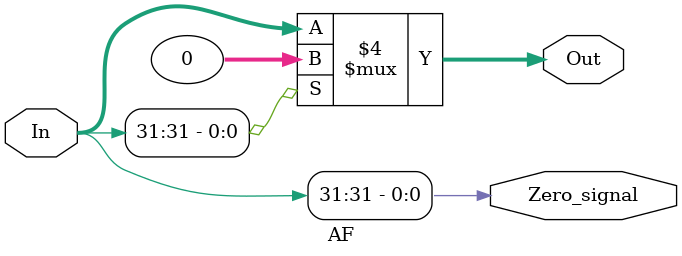
<source format=v>
module AF(In , Out , Zero_signal);
    input [31:0] In;
    output reg [31:0] Out;
    output reg [0:0] Zero_signal;


    always @(In) begin
	if(In[31] == 1'b1) Out = 32'b0;
	else Out = In;
	Zero_signal = In[31];
    end
endmodule
</source>
